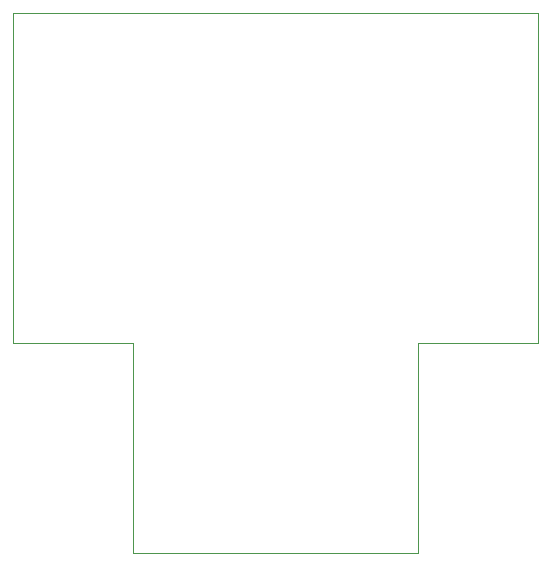
<source format=gbr>
%TF.GenerationSoftware,KiCad,Pcbnew,(5.1.6-0-10_14)*%
%TF.CreationDate,2021-01-15T10:59:33-08:00*%
%TF.ProjectId,TIADevBoard,54494144-6576-4426-9f61-72642e6b6963,rev?*%
%TF.SameCoordinates,Original*%
%TF.FileFunction,Profile,NP*%
%FSLAX46Y46*%
G04 Gerber Fmt 4.6, Leading zero omitted, Abs format (unit mm)*
G04 Created by KiCad (PCBNEW (5.1.6-0-10_14)) date 2021-01-15 10:59:33*
%MOMM*%
%LPD*%
G01*
G04 APERTURE LIST*
%TA.AperFunction,Profile*%
%ADD10C,0.050000*%
%TD*%
G04 APERTURE END LIST*
D10*
X114935000Y-66675000D02*
X114935000Y-94615000D01*
X70485000Y-66675000D02*
X114935000Y-66675000D01*
X70485000Y-94615000D02*
X70485000Y-66675000D01*
X70485000Y-94615000D02*
X80645000Y-94615000D01*
X104775000Y-94615000D02*
X114935000Y-94615000D01*
X104775000Y-112395000D02*
X104775000Y-94615000D01*
X104140000Y-112395000D02*
X104775000Y-112395000D01*
X80645000Y-112395000D02*
X80645000Y-94615000D01*
X80645000Y-112395000D02*
X104140000Y-112395000D01*
M02*

</source>
